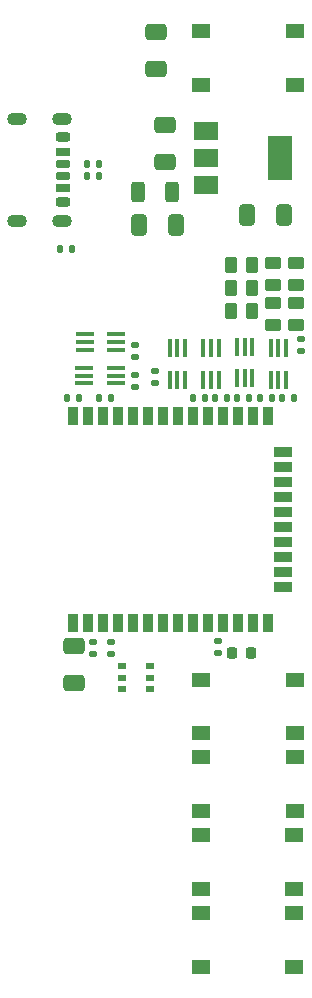
<source format=gbr>
%TF.GenerationSoftware,KiCad,Pcbnew,7.0.8*%
%TF.CreationDate,2024-09-21T08:52:27-04:00*%
%TF.ProjectId,clock,636c6f63-6b2e-46b6-9963-61645f706362,rev?*%
%TF.SameCoordinates,Original*%
%TF.FileFunction,Paste,Top*%
%TF.FilePolarity,Positive*%
%FSLAX46Y46*%
G04 Gerber Fmt 4.6, Leading zero omitted, Abs format (unit mm)*
G04 Created by KiCad (PCBNEW 7.0.8) date 2024-09-21 08:52:27*
%MOMM*%
%LPD*%
G01*
G04 APERTURE LIST*
G04 Aperture macros list*
%AMRoundRect*
0 Rectangle with rounded corners*
0 $1 Rounding radius*
0 $2 $3 $4 $5 $6 $7 $8 $9 X,Y pos of 4 corners*
0 Add a 4 corners polygon primitive as box body*
4,1,4,$2,$3,$4,$5,$6,$7,$8,$9,$2,$3,0*
0 Add four circle primitives for the rounded corners*
1,1,$1+$1,$2,$3*
1,1,$1+$1,$4,$5*
1,1,$1+$1,$6,$7*
1,1,$1+$1,$8,$9*
0 Add four rect primitives between the rounded corners*
20,1,$1+$1,$2,$3,$4,$5,0*
20,1,$1+$1,$4,$5,$6,$7,0*
20,1,$1+$1,$6,$7,$8,$9,0*
20,1,$1+$1,$8,$9,$2,$3,0*%
G04 Aperture macros list end*
%ADD10RoundRect,0.135000X0.185000X-0.135000X0.185000X0.135000X-0.185000X0.135000X-0.185000X-0.135000X0*%
%ADD11RoundRect,0.250000X0.450000X-0.262500X0.450000X0.262500X-0.450000X0.262500X-0.450000X-0.262500X0*%
%ADD12R,1.550000X1.300000*%
%ADD13RoundRect,0.135000X0.135000X0.185000X-0.135000X0.185000X-0.135000X-0.185000X0.135000X-0.185000X0*%
%ADD14RoundRect,0.135000X-0.185000X0.135000X-0.185000X-0.135000X0.185000X-0.135000X0.185000X0.135000X0*%
%ADD15R,0.400000X1.500000*%
%ADD16RoundRect,0.250000X0.650000X-0.412500X0.650000X0.412500X-0.650000X0.412500X-0.650000X-0.412500X0*%
%ADD17RoundRect,0.250000X-0.262500X-0.450000X0.262500X-0.450000X0.262500X0.450000X-0.262500X0.450000X0*%
%ADD18R,0.800000X0.550000*%
%ADD19RoundRect,0.135000X-0.135000X-0.185000X0.135000X-0.185000X0.135000X0.185000X-0.135000X0.185000X0*%
%ADD20RoundRect,0.250000X-0.450000X0.262500X-0.450000X-0.262500X0.450000X-0.262500X0.450000X0.262500X0*%
%ADD21RoundRect,0.250000X-0.650000X0.412500X-0.650000X-0.412500X0.650000X-0.412500X0.650000X0.412500X0*%
%ADD22RoundRect,0.250000X0.312500X0.625000X-0.312500X0.625000X-0.312500X-0.625000X0.312500X-0.625000X0*%
%ADD23R,1.500000X0.400000*%
%ADD24RoundRect,0.218750X0.218750X0.256250X-0.218750X0.256250X-0.218750X-0.256250X0.218750X-0.256250X0*%
%ADD25RoundRect,0.250000X-0.412500X-0.650000X0.412500X-0.650000X0.412500X0.650000X-0.412500X0.650000X0*%
%ADD26RoundRect,0.175000X-0.425000X0.175000X-0.425000X-0.175000X0.425000X-0.175000X0.425000X0.175000X0*%
%ADD27RoundRect,0.190000X0.410000X-0.190000X0.410000X0.190000X-0.410000X0.190000X-0.410000X-0.190000X0*%
%ADD28RoundRect,0.200000X0.400000X-0.200000X0.400000X0.200000X-0.400000X0.200000X-0.400000X-0.200000X0*%
%ADD29RoundRect,0.175000X0.425000X-0.175000X0.425000X0.175000X-0.425000X0.175000X-0.425000X-0.175000X0*%
%ADD30RoundRect,0.190000X-0.410000X0.190000X-0.410000X-0.190000X0.410000X-0.190000X0.410000X0.190000X0*%
%ADD31RoundRect,0.200000X-0.400000X0.200000X-0.400000X-0.200000X0.400000X-0.200000X0.400000X0.200000X0*%
%ADD32O,1.700000X1.100000*%
%ADD33R,0.900000X1.500000*%
%ADD34R,1.500000X0.900000*%
%ADD35R,2.000000X1.500000*%
%ADD36R,2.000000X3.800000*%
%ADD37RoundRect,0.250000X0.412500X0.650000X-0.412500X0.650000X-0.412500X-0.650000X0.412500X-0.650000X0*%
G04 APERTURE END LIST*
D10*
%TO.C,R19*%
X53848000Y-41710800D03*
X53848000Y-40690800D03*
%TD*%
D11*
%TO.C,R18*%
X51485800Y-36066100D03*
X51485800Y-34241100D03*
%TD*%
D12*
%TO.C,SW3*%
X45351800Y-82687600D03*
X53301800Y-82687600D03*
X45351800Y-87187600D03*
X53301800Y-87187600D03*
%TD*%
D13*
%TO.C,R20*%
X53240400Y-45669200D03*
X52220400Y-45669200D03*
%TD*%
D14*
%TO.C,R2*%
X39776400Y-41198800D03*
X39776400Y-42218800D03*
%TD*%
D15*
%TO.C,Q3*%
X45578000Y-44112800D03*
X46228000Y-44112800D03*
X46878000Y-44112800D03*
X46878000Y-41452800D03*
X46228000Y-41452800D03*
X45578000Y-41452800D03*
%TD*%
D12*
%TO.C,SW5*%
X45351800Y-89291600D03*
X53301800Y-89291600D03*
X45351800Y-93791600D03*
X53301800Y-93791600D03*
%TD*%
D16*
%TO.C,C5*%
X42316400Y-25692500D03*
X42316400Y-22567500D03*
%TD*%
D12*
%TO.C,SW4*%
X45402600Y-14615600D03*
X53352600Y-14615600D03*
X45402600Y-19115600D03*
X53352600Y-19115600D03*
%TD*%
%TO.C,SW2*%
X53305000Y-80583600D03*
X45355000Y-80583600D03*
X53305000Y-76083600D03*
X45355000Y-76083600D03*
%TD*%
D17*
%TO.C,R15*%
X47908200Y-36322000D03*
X49733200Y-36322000D03*
%TD*%
D15*
%TO.C,Q5*%
X51293000Y-44112800D03*
X51943000Y-44112800D03*
X52593000Y-44112800D03*
X52593000Y-41452800D03*
X51943000Y-41452800D03*
X51293000Y-41452800D03*
%TD*%
D18*
%TO.C,U1*%
X38658800Y-68376800D03*
X38658800Y-69326800D03*
X38658800Y-70276800D03*
X41058800Y-70276800D03*
X41058800Y-69326800D03*
X41058800Y-68376800D03*
%TD*%
D19*
%TO.C,R14*%
X50338800Y-45669200D03*
X51358800Y-45669200D03*
%TD*%
D10*
%TO.C,R6*%
X36271200Y-67312000D03*
X36271200Y-66292000D03*
%TD*%
D13*
%TO.C,R11*%
X45724000Y-45669200D03*
X44704000Y-45669200D03*
%TD*%
D20*
%TO.C,R17*%
X53441600Y-34243000D03*
X53441600Y-36068000D03*
%TD*%
D21*
%TO.C,C3*%
X34594800Y-66649600D03*
X34594800Y-69774600D03*
%TD*%
D10*
%TO.C,R9*%
X46786800Y-67210400D03*
X46786800Y-66190400D03*
%TD*%
D12*
%TO.C,SW1*%
X45364400Y-69494400D03*
X53314400Y-69494400D03*
X45364400Y-73994400D03*
X53314400Y-73994400D03*
%TD*%
D19*
%TO.C,R4*%
X36724400Y-45669200D03*
X37744400Y-45669200D03*
%TD*%
D22*
%TO.C,TH1*%
X42966100Y-28244800D03*
X40041100Y-28244800D03*
%TD*%
D13*
%TO.C,R12*%
X49479200Y-45669200D03*
X48459200Y-45669200D03*
%TD*%
%TO.C,R13*%
X47599600Y-45669200D03*
X46579600Y-45669200D03*
%TD*%
D19*
%TO.C,R1*%
X34034000Y-45669200D03*
X35054000Y-45669200D03*
%TD*%
D11*
%TO.C,R23*%
X51485800Y-39471600D03*
X51485800Y-37646600D03*
%TD*%
D23*
%TO.C,Q2*%
X38169200Y-44403800D03*
X38169200Y-43753800D03*
X38169200Y-43103800D03*
X35509200Y-43103800D03*
X35509200Y-43753800D03*
X35509200Y-44403800D03*
%TD*%
D24*
%TO.C,D1*%
X49581000Y-67208400D03*
X48006000Y-67208400D03*
%TD*%
D14*
%TO.C,R10*%
X37744400Y-66290000D03*
X37744400Y-67310000D03*
%TD*%
D25*
%TO.C,C1*%
X49249800Y-30175200D03*
X52374800Y-30175200D03*
%TD*%
D26*
%TO.C,J2*%
X33727600Y-25831600D03*
D27*
X33727600Y-27851600D03*
D28*
X33727600Y-29081600D03*
D29*
X33727600Y-26831600D03*
D30*
X33727600Y-24811600D03*
D31*
X33727600Y-23581600D03*
D32*
X33647600Y-22011600D03*
X29847600Y-22011600D03*
X33647600Y-30651600D03*
X29847600Y-30651600D03*
%TD*%
D23*
%TO.C,Q1*%
X35534600Y-40254400D03*
X35534600Y-40904400D03*
X35534600Y-41554400D03*
X38194600Y-41554400D03*
X38194600Y-40904400D03*
X38194600Y-40254400D03*
%TD*%
D13*
%TO.C,R8*%
X34497200Y-33020000D03*
X33477200Y-33020000D03*
%TD*%
D17*
%TO.C,R24*%
X47908200Y-34391600D03*
X49733200Y-34391600D03*
%TD*%
D21*
%TO.C,C2*%
X41554400Y-14705800D03*
X41554400Y-17830800D03*
%TD*%
D13*
%TO.C,R7*%
X36781200Y-25857200D03*
X35761200Y-25857200D03*
%TD*%
D17*
%TO.C,R16*%
X47908200Y-38252400D03*
X49733200Y-38252400D03*
%TD*%
D33*
%TO.C,U2*%
X34574400Y-64680800D03*
X35844400Y-64680800D03*
X37114400Y-64680800D03*
X38384400Y-64680800D03*
X39654400Y-64680800D03*
X40924400Y-64680800D03*
X42194400Y-64680800D03*
X43464400Y-64680800D03*
X44734400Y-64680800D03*
X46004400Y-64680800D03*
X47274400Y-64680800D03*
X48544400Y-64680800D03*
X49814400Y-64680800D03*
X51084400Y-64680800D03*
D34*
X52334400Y-61640800D03*
X52334400Y-60370800D03*
X52334400Y-59100800D03*
X52334400Y-57830800D03*
X52334400Y-56560800D03*
X52334400Y-55290800D03*
X52334400Y-54020800D03*
X52334400Y-52750800D03*
X52334400Y-51480800D03*
X52334400Y-50210800D03*
D33*
X51084400Y-47180800D03*
X49814400Y-47180800D03*
X48544400Y-47180800D03*
X47274400Y-47180800D03*
X46004400Y-47180800D03*
X44734400Y-47180800D03*
X43464400Y-47180800D03*
X42194400Y-47180800D03*
X40924400Y-47180800D03*
X39654400Y-47180800D03*
X38384400Y-47180800D03*
X37114400Y-47180800D03*
X35844400Y-47180800D03*
X34574400Y-47180800D03*
%TD*%
D35*
%TO.C,U3*%
X45770400Y-23049200D03*
X45770400Y-25349200D03*
X45770400Y-27649200D03*
D36*
X52070400Y-25349200D03*
%TD*%
D37*
%TO.C,C4*%
X43257000Y-30988000D03*
X40132000Y-30988000D03*
%TD*%
D13*
%TO.C,R5*%
X36783200Y-26822400D03*
X35763200Y-26822400D03*
%TD*%
D15*
%TO.C,Q4*%
X49733200Y-41300400D03*
X49083200Y-41300400D03*
X48433200Y-41300400D03*
X48433200Y-43960400D03*
X49083200Y-43960400D03*
X49733200Y-43960400D03*
%TD*%
D11*
%TO.C,R22*%
X53441600Y-39471600D03*
X53441600Y-37646600D03*
%TD*%
D15*
%TO.C,Q6*%
X42743600Y-44112800D03*
X43393600Y-44112800D03*
X44043600Y-44112800D03*
X44043600Y-41452800D03*
X43393600Y-41452800D03*
X42743600Y-41452800D03*
%TD*%
D14*
%TO.C,R3*%
X39776400Y-43688000D03*
X39776400Y-44708000D03*
%TD*%
D10*
%TO.C,R21*%
X41452800Y-44352400D03*
X41452800Y-43332400D03*
%TD*%
M02*

</source>
